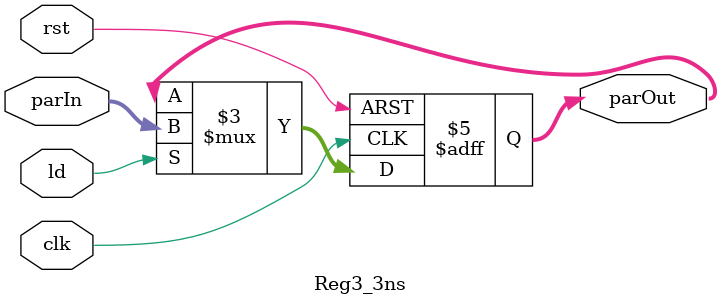
<source format=v>
`timescale 1ns/1ns
module Reg3_3ns(input clk, rst, ld, input [2:0] parIn, output reg [2:0] parOut);
    always @(posedge clk, posedge rst) begin
        #3
        if(rst) parOut = 3'b0;
        else if(ld) parOut = parIn;
        else parOut = parOut;
    end
endmodule
</source>
